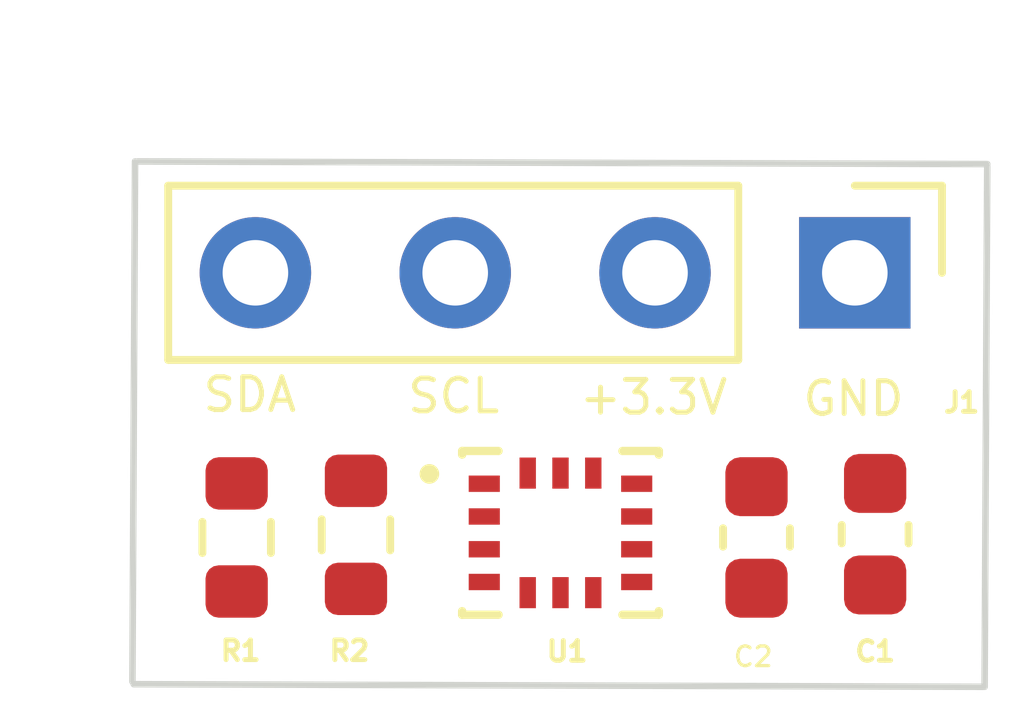
<source format=kicad_pcb>
(kicad_pcb (version 20211014) (generator pcbnew)
  (layers (0 "F.Cu" signal) (31 "B.Cu" signal) (34 "B.Paste" user) (35 "F.Paste" user) (36 "B.SilkS" user "B.Silkscreen") (37 "F.SilkS" user "F.Silkscreen") (38 "B.Mask" user) (39 "F.Mask" user) (44 "Edge.Cuts" user))
  (net 0 "")
  (net 1 "/IMU_A_SCL")
  (net 2 "+3V3")
  (net 3 "/IMU_A_SDA")
  (net 4 "GND")
  (net 6 "/IMU_A_INT2")
  (net 8 "/IMU_A_INT1")
  (footprint "Capacitor_SMD:C_0603_1608Metric" (layer "F.Cu") (at 77.51 61.68 90)
    (fp_text reference "C2" (at -1.82 -0.05 180) (layer "F.SilkS") (effects (font (size 0.3 0.3) (thickness 0.05))))
    (fp_text value "100nF")
    (fp_line (start -0.14058 0.51) (end 0.14058 0.51) (layer "F.SilkS") (width 0.12))
    (fp_line (start -0.14058 -0.51) (end 0.14058 -0.51) (layer "F.SilkS") (width 0.12))
    (pad "1" smd roundrect (at -0.775 0 90) (size 0.9 0.95) (layers "F.Cu" "F.Paste" "F.Mask") (net 4 "GND"))
    (pad "2" smd roundrect (at 0.775 0 90) (size 0.9 0.95) (layers "F.Cu" "F.Paste" "F.Mask") (net 2 "+3V3"))
  )
  (footprint "Resistor_SMD:R_0603_1608Metric" (layer "F.Cu") (at 71.4 61.64 90)
    (fp_text reference "R2" (at -1.77 -0.1 180) (layer "F.SilkS") (effects (font (size 0.3 0.3) (thickness 0.075))))
    (fp_text value "10K")
    (fp_line (start -0.237258 0.5225) (end 0.237258 0.5225) (layer "F.SilkS") (width 0.12))
    (fp_line (start -0.237258 -0.5225) (end 0.237258 -0.5225) (layer "F.SilkS") (width 0.12))
    (pad "1" smd roundrect (at -0.825 0 90) (size 0.8 0.95) (layers "F.Cu" "F.Paste" "F.Mask") (net 3 "/IMU_A_SDA"))
    (pad "2" smd roundrect (at 0.825 0 90) (size 0.8 0.95) (layers "F.Cu" "F.Paste" "F.Mask") (net 2 "+3V3"))
  )
  (footprint "Capacitor_SMD:C_0603_1608Metric" (layer "F.Cu") (at 79.32 61.63 90)
    (fp_text reference "C1" (at -1.79 0 180) (layer "F.SilkS") (effects (font (size 0.3 0.3) (thickness 0.075))))
    (fp_text value "100nF")
    (fp_line (start -0.14058 0.51) (end 0.14058 0.51) (layer "F.SilkS") (width 0.12))
    (fp_line (start -0.14058 -0.51) (end 0.14058 -0.51) (layer "F.SilkS") (width 0.12))
    (pad "1" smd roundrect (at -0.775 0 90) (size 0.9 0.95) (layers "F.Cu" "F.Paste" "F.Mask") (net 4 "GND"))
    (pad "2" smd roundrect (at 0.775 0 90) (size 0.9 0.95) (layers "F.Cu" "F.Paste" "F.Mask") (net 2 "+3V3"))
  )
  (footprint "Resistor_SMD:R_0603_1608Metric" (layer "F.Cu") (at 69.58 61.68 90)
    (fp_text reference "R1" (at -1.73 0.06 180) (layer "F.SilkS") (effects (font (size 0.3 0.3) (thickness 0.075))))
    (fp_text value "10K")
    (fp_line (start -0.237258 0.5225) (end 0.237258 0.5225) (layer "F.SilkS") (width 0.12))
    (fp_line (start -0.237258 -0.5225) (end 0.237258 -0.5225) (layer "F.SilkS") (width 0.12))
    (pad "1" smd roundrect (at -0.825 0 90) (size 0.8 0.95) (layers "F.Cu" "F.Paste" "F.Mask") (net 1 "/IMU_A_SCL"))
    (pad "2" smd roundrect (at 0.825 0 90) (size 0.8 0.95) (layers "F.Cu" "F.Paste" "F.Mask") (net 2 "+3V3"))
  )
  (footprint "Connector_PinHeader_3.00mm:PinHeader_1x04_P3.00mm_Vertical" (layer "F.Cu") (at 79.01 57.64 -90)
    (fp_text reference "J1" (at 1.98 -1.63 180) (layer "F.SilkS") (effects (font (size 0.3 0.3) (thickness 0.075))))
    (fp_text value "Conn_01x04")
    (fp_line (start -1.33 0) (end -1.33 -1.33) (layer "F.SilkS") (width 0.12))
    (fp_line (start -1.33 1.778) (end 1.33 1.778) (layer "F.SilkS") (width 0.12))
    (fp_line (start -1.33 1.778) (end -1.33 10.474) (layer "F.SilkS") (width 0.12))
    (fp_line (start 1.33 1.778) (end 1.33 10.474) (layer "F.SilkS") (width 0.12))
    (fp_line (start -1.33 -1.33) (end 0 -1.33) (layer "F.SilkS") (width 0.12))
    (fp_line (start -1.33 10.474) (end 1.33 10.474) (layer "F.SilkS") (width 0.12))
    (pad "1" thru_hole rect (at 0 0 270) (size 1.7 1.7) (drill 1) (layers *.Cu *.Mask) (net 4 "GND"))
    (pad "2" thru_hole oval (at 0 3.048 270) (size 1.7 1.7) (drill 1) (layers *.Cu *.Mask) (net 2 "+3V3"))
    (pad "3" thru_hole oval (at 0 6.096 270) (size 1.7 1.7) (drill 1) (layers *.Cu *.Mask) (net 1 "/IMU_A_SCL"))
    (pad "4" thru_hole oval (at 0 9.144 270) (size 1.7 1.7) (drill 1) (layers *.Cu *.Mask) (net 3 "/IMU_A_SDA"))
  )
  (footprint "InertialMeasurementUnits:XDCR_BMI270" (layer "F.Cu") (at 74.52 61.61)
    (fp_text reference "U1" (at 0.1 1.81) (layer "F.SilkS") (effects (font (size 0.3 0.3) (thickness 0.075))))
    (fp_text value "BMI270")
    (fp_line (start 1.5 -1.25) (end 1.5 -1.195) (layer "F.SilkS") (width 0.127))
    (fp_line (start -1.5 1.25) (end -0.945 1.25) (layer "F.SilkS") (width 0.127))
    (fp_line (start 0.945 -1.25) (end 1.5 -1.25) (layer "F.SilkS") (width 0.127))
    (fp_line (start 0.945 1.25) (end 1.5 1.25) (layer "F.SilkS") (width 0.127))
    (fp_line (start 1.5 1.195) (end 1.5 1.25) (layer "F.SilkS") (width 0.127))
    (fp_line (start -1.5 -1.25) (end -0.945 -1.25) (layer "F.SilkS") (width 0.127))
    (fp_line (start -1.5 1.195) (end -1.5 1.25) (layer "F.SilkS") (width 0.127))
    (fp_line (start -1.5 -1.25) (end -1.5 -1.195) (layer "F.SilkS") (width 0.127))
    (fp_circle (center -2 -0.9) (end -1.925 -0.9) (layer "F.SilkS") (width 0.15) (fill none))
    (pad "1" smd rect locked (at -1.1625 -0.75) (size 0.475 0.25) (layers "F.Cu" "F.Paste" "F.Mask") (net 4 "GND"))
    (pad "2" smd rect locked (at -1.1625 -0.25) (size 0.475 0.25) (layers "F.Cu" "F.Paste" "F.Mask"))
    (pad "3" smd rect locked (at -1.1625 0.25) (size 0.475 0.25) (layers "F.Cu" "F.Paste" "F.Mask"))
    (pad "4" smd rect locked (at -1.1625 0.75) (size 0.475 0.25) (layers "F.Cu" "F.Paste" "F.Mask") (net 8 "/IMU_A_INT1"))
    (pad "5" smd rect locked (at -0.5 0.9125) (size 0.25 0.475) (layers "F.Cu" "F.Paste" "F.Mask") (net 2 "+3V3"))
    (pad "6" smd rect locked (at 0 0.9125) (size 0.25 0.475) (layers "F.Cu" "F.Paste" "F.Mask") (net 4 "GND"))
    (pad "7" smd rect locked (at 0.5 0.9125) (size 0.25 0.475) (layers "F.Cu" "F.Paste" "F.Mask") (net 4 "GND"))
    (pad "8" smd rect locked (at 1.1625 0.75) (size 0.475 0.25) (layers "F.Cu" "F.Paste" "F.Mask") (net 2 "+3V3"))
    (pad "9" smd rect locked (at 1.1625 0.25) (size 0.475 0.25) (layers "F.Cu" "F.Paste" "F.Mask") (net 6 "/IMU_A_INT2"))
    (pad "10" smd rect locked (at 1.1625 -0.25) (size 0.475 0.25) (layers "F.Cu" "F.Paste" "F.Mask"))
    (pad "11" smd rect locked (at 1.1625 -0.75) (size 0.475 0.25) (layers "F.Cu" "F.Paste" "F.Mask"))
    (pad "12" smd rect locked (at 0.5 -0.9125) (size 0.25 0.475) (layers "F.Cu" "F.Paste" "F.Mask") (net 2 "+3V3"))
    (pad "13" smd rect locked (at 0 -0.9125) (size 0.25 0.475) (layers "F.Cu" "F.Paste" "F.Mask") (net 1 "/IMU_A_SCL"))
    (pad "14" smd rect locked (at -0.5 -0.9125) (size 0.25 0.475) (layers "F.Cu" "F.Paste" "F.Mask") (net 3 "/IMU_A_SDA"))
  )
  (gr_line (start 81.03 56.02) (end 80.99 63.96) (layer "Edge.Cuts") (width 0.1))
  (gr_line (start 68.03 55.94) (end 67.99 63.88) (layer "Edge.Cuts") (width 0.1))
  (gr_line (start 68.011 63.92) (end 80.969 63.96) (layer "Edge.Cuts") (width 0.1))
  (gr_line (start 68.072 55.94) (end 81.03 55.98) (layer "Edge.Cuts") (width 0.1))
  (gr_text "GND" (at 78.99 59.56) (layer "F.SilkS") (effects (font (size 0.5 0.5) (thickness 0.075))))
  (gr_text "SCL" (at 72.89 59.52) (layer "F.SilkS") (effects (font (size 0.5 0.5) (thickness 0.075))))
  (gr_text "SDA" (at 69.78 59.5) (layer "F.SilkS") (effects (font (size 0.5 0.5) (thickness 0.075))))
  (gr_text "+3.3V" (at 75.94 59.54) (layer "F.SilkS") (effects (font (size 0.5 0.5) (thickness 0.075))))
)
</source>
